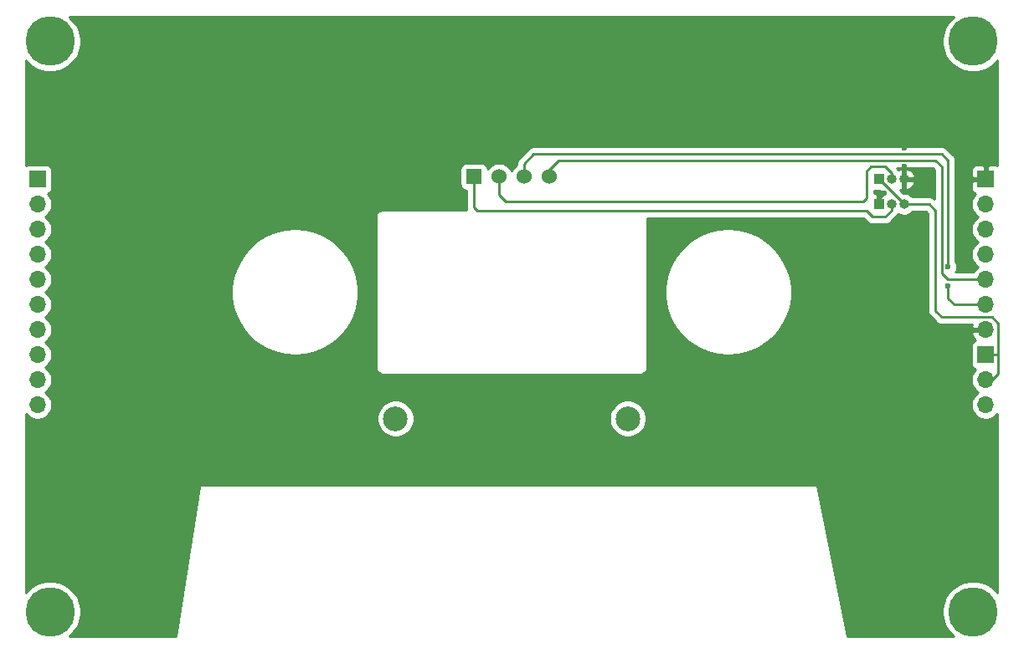
<source format=gbl>
G04 #@! TF.GenerationSoftware,KiCad,Pcbnew,(5.1.8)-1*
G04 #@! TF.CreationDate,2021-01-16T01:02:15+01:00*
G04 #@! TF.ProjectId,8bitWave Faceplate A2,38626974-5761-4766-9520-46616365706c,rev?*
G04 #@! TF.SameCoordinates,Original*
G04 #@! TF.FileFunction,Copper,L2,Bot*
G04 #@! TF.FilePolarity,Positive*
%FSLAX46Y46*%
G04 Gerber Fmt 4.6, Leading zero omitted, Abs format (unit mm)*
G04 Created by KiCad (PCBNEW (5.1.8)-1) date 2021-01-16 01:02:15*
%MOMM*%
%LPD*%
G01*
G04 APERTURE LIST*
G04 #@! TA.AperFunction,ComponentPad*
%ADD10O,1.700000X1.700000*%
G04 #@! TD*
G04 #@! TA.AperFunction,ComponentPad*
%ADD11R,1.700000X1.700000*%
G04 #@! TD*
G04 #@! TA.AperFunction,WasherPad*
%ADD12C,2.500000*%
G04 #@! TD*
G04 #@! TA.AperFunction,ComponentPad*
%ADD13R,1.524000X1.524000*%
G04 #@! TD*
G04 #@! TA.AperFunction,ComponentPad*
%ADD14C,1.524000*%
G04 #@! TD*
G04 #@! TA.AperFunction,ComponentPad*
%ADD15C,5.000000*%
G04 #@! TD*
G04 #@! TA.AperFunction,SMDPad,CuDef*
%ADD16O,1.000000X1.000000*%
G04 #@! TD*
G04 #@! TA.AperFunction,SMDPad,CuDef*
%ADD17R,1.000000X1.000000*%
G04 #@! TD*
G04 #@! TA.AperFunction,ViaPad*
%ADD18C,0.600000*%
G04 #@! TD*
G04 #@! TA.AperFunction,Conductor*
%ADD19C,0.250000*%
G04 #@! TD*
G04 #@! TA.AperFunction,Conductor*
%ADD20C,0.254000*%
G04 #@! TD*
G04 #@! TA.AperFunction,Conductor*
%ADD21C,0.100000*%
G04 #@! TD*
G04 APERTURE END LIST*
D10*
X72390000Y-118110000D03*
X72390000Y-115570000D03*
X72390000Y-113030000D03*
X72390000Y-110490000D03*
X72390000Y-107950000D03*
X72390000Y-105410000D03*
X72390000Y-102870000D03*
X72390000Y-100330000D03*
X72390000Y-97790000D03*
D11*
X72390000Y-95250000D03*
D12*
X132085000Y-119500000D03*
X108585000Y-119500000D03*
D13*
X116525000Y-95000000D03*
D14*
X119065000Y-95000000D03*
X121605000Y-95000000D03*
X124145000Y-95000000D03*
D11*
X168275000Y-95250000D03*
D10*
X168275000Y-97790000D03*
X168275000Y-100330000D03*
X168275000Y-102870000D03*
X168275000Y-105410000D03*
X168275000Y-107950000D03*
X168275000Y-110490000D03*
D15*
X73660000Y-139065000D03*
X167005000Y-139065000D03*
X167005000Y-81280000D03*
X73660000Y-81280000D03*
D11*
X168275000Y-113030000D03*
D10*
X168275000Y-115570000D03*
X168275000Y-118110000D03*
D16*
X160020000Y-95250000D03*
X158750000Y-95250000D03*
D17*
X157480000Y-95250000D03*
X157480000Y-97790000D03*
D16*
X158750000Y-97790000D03*
X160020000Y-97790000D03*
D18*
X157990558Y-96644442D03*
X160020000Y-96520000D03*
X160020000Y-93980000D03*
X160020000Y-92075000D03*
X164465000Y-106045000D03*
X164465000Y-104140000D03*
D19*
X157480000Y-97155000D02*
X157990558Y-96644442D01*
X157480000Y-97790000D02*
X157480000Y-97155000D01*
X160020000Y-96520000D02*
X160020000Y-95250000D01*
X160020000Y-95250000D02*
X160020000Y-93980000D01*
X160020000Y-92075000D02*
X160655000Y-91440000D01*
X160655000Y-91440000D02*
X167640000Y-91440000D01*
X167640000Y-91440000D02*
X168275000Y-92075000D01*
X168275000Y-92075000D02*
X168275000Y-95250000D01*
X124145000Y-94295000D02*
X124145000Y-95000000D01*
X125095000Y-93345000D02*
X124145000Y-94295000D01*
X163195000Y-93345000D02*
X125095000Y-93345000D01*
X163830000Y-93980000D02*
X163195000Y-93345000D01*
X163830000Y-104775000D02*
X163830000Y-93980000D01*
X164465000Y-105410000D02*
X163830000Y-104775000D01*
X168275000Y-105410000D02*
X164465000Y-105410000D01*
X168275000Y-107950000D02*
X165100000Y-107950000D01*
X164465000Y-107315000D02*
X164465000Y-106045000D01*
X165100000Y-107950000D02*
X164465000Y-107315000D01*
X121605000Y-93660000D02*
X121605000Y-95000000D01*
X122555000Y-92710000D02*
X121605000Y-93660000D01*
X163830000Y-92710000D02*
X122555000Y-92710000D01*
X164465000Y-93345000D02*
X163830000Y-92710000D01*
X164465000Y-104140000D02*
X164465000Y-93345000D01*
X168275000Y-113030000D02*
X169545000Y-113030000D01*
X169545000Y-114935000D02*
X168910000Y-115570000D01*
X169545000Y-113030000D02*
X169545000Y-114935000D01*
X168910000Y-115570000D02*
X168275000Y-115570000D01*
X157480000Y-95250000D02*
X159520001Y-97290001D01*
X159520001Y-97290001D02*
X160020000Y-97790000D01*
X163830000Y-109220000D02*
X168910000Y-109220000D01*
X168910000Y-109220000D02*
X169545000Y-109855000D01*
X163195000Y-108585000D02*
X163830000Y-109220000D01*
X169545000Y-109855000D02*
X169545000Y-113030000D01*
X163195000Y-98425000D02*
X163195000Y-108585000D01*
X162560000Y-97790000D02*
X163195000Y-98425000D01*
X160020000Y-97790000D02*
X162560000Y-97790000D01*
X116840000Y-98425000D02*
X116525000Y-98110000D01*
X156210000Y-98425000D02*
X116840000Y-98425000D01*
X156845000Y-99060000D02*
X156210000Y-98425000D01*
X158115000Y-99060000D02*
X156845000Y-99060000D01*
X158750000Y-98425000D02*
X158115000Y-99060000D01*
X116525000Y-98110000D02*
X116525000Y-95000000D01*
X158750000Y-97790000D02*
X158750000Y-98425000D01*
X158750000Y-94615000D02*
X158750000Y-95250000D01*
X156210000Y-94457499D02*
X156687499Y-93980000D01*
X158115000Y-93980000D02*
X158750000Y-94615000D01*
X156687499Y-93980000D02*
X158115000Y-93980000D01*
X156210000Y-97155000D02*
X156210000Y-94457499D01*
X155890000Y-97475000D02*
X156210000Y-97155000D01*
X119700000Y-97475000D02*
X155890000Y-97475000D01*
X119065000Y-96840000D02*
X119700000Y-97475000D01*
X119065000Y-95000000D02*
X119065000Y-96840000D01*
D20*
X165006554Y-78844886D02*
X164569886Y-79281554D01*
X164226799Y-79795021D01*
X163990476Y-80365554D01*
X163870000Y-80971229D01*
X163870000Y-81588771D01*
X163990476Y-82194446D01*
X164226799Y-82764979D01*
X164569886Y-83278446D01*
X165006554Y-83715114D01*
X165520021Y-84058201D01*
X166090554Y-84294524D01*
X166696229Y-84415000D01*
X167313771Y-84415000D01*
X167919446Y-84294524D01*
X168489979Y-84058201D01*
X169003446Y-83715114D01*
X169440114Y-83278446D01*
X169470001Y-83233717D01*
X169470001Y-93864389D01*
X169369180Y-93810498D01*
X169249482Y-93774188D01*
X169125000Y-93761928D01*
X168560750Y-93765000D01*
X168402000Y-93923750D01*
X168402000Y-95123000D01*
X168422000Y-95123000D01*
X168422000Y-95377000D01*
X168402000Y-95377000D01*
X168402000Y-95397000D01*
X168148000Y-95397000D01*
X168148000Y-95377000D01*
X166948750Y-95377000D01*
X166790000Y-95535750D01*
X166786928Y-96100000D01*
X166799188Y-96224482D01*
X166835498Y-96344180D01*
X166894463Y-96454494D01*
X166973815Y-96551185D01*
X167070506Y-96630537D01*
X167180820Y-96689502D01*
X167253380Y-96711513D01*
X167121525Y-96843368D01*
X166959010Y-97086589D01*
X166847068Y-97356842D01*
X166790000Y-97643740D01*
X166790000Y-97936260D01*
X166847068Y-98223158D01*
X166959010Y-98493411D01*
X167121525Y-98736632D01*
X167328368Y-98943475D01*
X167502760Y-99060000D01*
X167328368Y-99176525D01*
X167121525Y-99383368D01*
X166959010Y-99626589D01*
X166847068Y-99896842D01*
X166790000Y-100183740D01*
X166790000Y-100476260D01*
X166847068Y-100763158D01*
X166959010Y-101033411D01*
X167121525Y-101276632D01*
X167328368Y-101483475D01*
X167502760Y-101600000D01*
X167328368Y-101716525D01*
X167121525Y-101923368D01*
X166959010Y-102166589D01*
X166847068Y-102436842D01*
X166790000Y-102723740D01*
X166790000Y-103016260D01*
X166847068Y-103303158D01*
X166959010Y-103573411D01*
X167121525Y-103816632D01*
X167328368Y-104023475D01*
X167502760Y-104140000D01*
X167328368Y-104256525D01*
X167121525Y-104463368D01*
X166996822Y-104650000D01*
X165248744Y-104650000D01*
X165293586Y-104582889D01*
X165364068Y-104412729D01*
X165400000Y-104232089D01*
X165400000Y-104047911D01*
X165364068Y-103867271D01*
X165293586Y-103697111D01*
X165225000Y-103594465D01*
X165225000Y-94400000D01*
X166786928Y-94400000D01*
X166790000Y-94964250D01*
X166948750Y-95123000D01*
X168148000Y-95123000D01*
X168148000Y-93923750D01*
X167989250Y-93765000D01*
X167425000Y-93761928D01*
X167300518Y-93774188D01*
X167180820Y-93810498D01*
X167070506Y-93869463D01*
X166973815Y-93948815D01*
X166894463Y-94045506D01*
X166835498Y-94155820D01*
X166799188Y-94275518D01*
X166786928Y-94400000D01*
X165225000Y-94400000D01*
X165225000Y-93382333D01*
X165228677Y-93345000D01*
X165214003Y-93196014D01*
X165170546Y-93052753D01*
X165099974Y-92920724D01*
X165028799Y-92833997D01*
X165005001Y-92804999D01*
X164976002Y-92781200D01*
X164393803Y-92199002D01*
X164370001Y-92169999D01*
X164254276Y-92075026D01*
X164122247Y-92004454D01*
X163978986Y-91960997D01*
X163867333Y-91950000D01*
X163867322Y-91950000D01*
X163830000Y-91946324D01*
X163792678Y-91950000D01*
X122592323Y-91950000D01*
X122555000Y-91946324D01*
X122517677Y-91950000D01*
X122517667Y-91950000D01*
X122406014Y-91960997D01*
X122262753Y-92004454D01*
X122130723Y-92075026D01*
X122047083Y-92143668D01*
X122014999Y-92169999D01*
X121991201Y-92198997D01*
X121094002Y-93096196D01*
X121064999Y-93119999D01*
X121009871Y-93187174D01*
X120970026Y-93235724D01*
X120899455Y-93367753D01*
X120899454Y-93367754D01*
X120855997Y-93511015D01*
X120845000Y-93622668D01*
X120845000Y-93622678D01*
X120841324Y-93660000D01*
X120845000Y-93697323D01*
X120845000Y-93827659D01*
X120714465Y-93914880D01*
X120519880Y-94109465D01*
X120366995Y-94338273D01*
X120335000Y-94415515D01*
X120303005Y-94338273D01*
X120150120Y-94109465D01*
X119955535Y-93914880D01*
X119726727Y-93761995D01*
X119472490Y-93656686D01*
X119202592Y-93603000D01*
X118927408Y-93603000D01*
X118657510Y-93656686D01*
X118403273Y-93761995D01*
X118174465Y-93914880D01*
X117979880Y-94109465D01*
X117921080Y-94197465D01*
X117912812Y-94113518D01*
X117876502Y-93993820D01*
X117817537Y-93883506D01*
X117738185Y-93786815D01*
X117641494Y-93707463D01*
X117531180Y-93648498D01*
X117411482Y-93612188D01*
X117287000Y-93599928D01*
X115763000Y-93599928D01*
X115638518Y-93612188D01*
X115518820Y-93648498D01*
X115408506Y-93707463D01*
X115311815Y-93786815D01*
X115232463Y-93883506D01*
X115173498Y-93993820D01*
X115137188Y-94113518D01*
X115124928Y-94238000D01*
X115124928Y-95762000D01*
X115137188Y-95886482D01*
X115173498Y-96006180D01*
X115232463Y-96116494D01*
X115311815Y-96213185D01*
X115408506Y-96292537D01*
X115518820Y-96351502D01*
X115638518Y-96387812D01*
X115763000Y-96400072D01*
X115765001Y-96400072D01*
X115765000Y-98072677D01*
X115761324Y-98110000D01*
X115765000Y-98147322D01*
X115765000Y-98147332D01*
X115775997Y-98258985D01*
X115802564Y-98346565D01*
X115803606Y-98350000D01*
X107349877Y-98350000D01*
X107315000Y-98346565D01*
X107280123Y-98350000D01*
X107175816Y-98360273D01*
X107041980Y-98400872D01*
X106918637Y-98466800D01*
X106810525Y-98555525D01*
X106721800Y-98663637D01*
X106655872Y-98786980D01*
X106615273Y-98920816D01*
X106601565Y-99060000D01*
X106605001Y-99094887D01*
X106605000Y-114265123D01*
X106601565Y-114300000D01*
X106615273Y-114439184D01*
X106655872Y-114573020D01*
X106721800Y-114696363D01*
X106810525Y-114804475D01*
X106918637Y-114893200D01*
X107041980Y-114959128D01*
X107175816Y-114999727D01*
X107315000Y-115013435D01*
X107349877Y-115010000D01*
X133315123Y-115010000D01*
X133350000Y-115013435D01*
X133384877Y-115010000D01*
X133489184Y-114999727D01*
X133623020Y-114959128D01*
X133746363Y-114893200D01*
X133854475Y-114804475D01*
X133943200Y-114696363D01*
X134009128Y-114573020D01*
X134049727Y-114439184D01*
X134063435Y-114300000D01*
X134060000Y-114265123D01*
X134060000Y-106147776D01*
X135817013Y-106147776D01*
X135817013Y-107212224D01*
X135992215Y-108262154D01*
X136337841Y-109268927D01*
X136844462Y-110205081D01*
X137498259Y-111045080D01*
X138281399Y-111766011D01*
X139172519Y-112348208D01*
X140147312Y-112775792D01*
X141179188Y-113037099D01*
X142240000Y-113125000D01*
X143300812Y-113037099D01*
X144332688Y-112775792D01*
X145307481Y-112348208D01*
X146198601Y-111766011D01*
X146981741Y-111045080D01*
X147635538Y-110205081D01*
X148142159Y-109268927D01*
X148487785Y-108262154D01*
X148662987Y-107212224D01*
X148662987Y-106147776D01*
X148487785Y-105097846D01*
X148142159Y-104091073D01*
X147635538Y-103154919D01*
X146981741Y-102314920D01*
X146198601Y-101593989D01*
X145307481Y-101011792D01*
X144332688Y-100584208D01*
X143300812Y-100322901D01*
X142240000Y-100235000D01*
X141179188Y-100322901D01*
X140147312Y-100584208D01*
X139172519Y-101011792D01*
X138281399Y-101593989D01*
X137498259Y-102314920D01*
X136844462Y-103154919D01*
X136337841Y-104091073D01*
X135992215Y-105097846D01*
X135817013Y-106147776D01*
X134060000Y-106147776D01*
X134060000Y-99185000D01*
X155895199Y-99185000D01*
X156281200Y-99571002D01*
X156304999Y-99600001D01*
X156333997Y-99623799D01*
X156420724Y-99694974D01*
X156552753Y-99765546D01*
X156696014Y-99809003D01*
X156845000Y-99823677D01*
X156882333Y-99820000D01*
X158077678Y-99820000D01*
X158115000Y-99823676D01*
X158152322Y-99820000D01*
X158152333Y-99820000D01*
X158263986Y-99809003D01*
X158407247Y-99765546D01*
X158539276Y-99694974D01*
X158655001Y-99600001D01*
X158678803Y-99570998D01*
X159261003Y-98988799D01*
X159290001Y-98965001D01*
X159384974Y-98849276D01*
X159431659Y-98761936D01*
X159482376Y-98795824D01*
X159688933Y-98881383D01*
X159908212Y-98925000D01*
X160131788Y-98925000D01*
X160351067Y-98881383D01*
X160557624Y-98795824D01*
X160743520Y-98671612D01*
X160865132Y-98550000D01*
X162245199Y-98550000D01*
X162435000Y-98739802D01*
X162435001Y-108547668D01*
X162431324Y-108585000D01*
X162435001Y-108622333D01*
X162442553Y-108699003D01*
X162445998Y-108733985D01*
X162489454Y-108877246D01*
X162560026Y-109009276D01*
X162627361Y-109091323D01*
X162655000Y-109125001D01*
X162683998Y-109148799D01*
X163266200Y-109731002D01*
X163289999Y-109760001D01*
X163405724Y-109854974D01*
X163537753Y-109925546D01*
X163681014Y-109969003D01*
X163830000Y-109983677D01*
X163867333Y-109980000D01*
X166880986Y-109980000D01*
X166878175Y-109985901D01*
X166833524Y-110133110D01*
X166954845Y-110363000D01*
X168148000Y-110363000D01*
X168148000Y-110343000D01*
X168402000Y-110343000D01*
X168402000Y-110363000D01*
X168422000Y-110363000D01*
X168422000Y-110617000D01*
X168402000Y-110617000D01*
X168402000Y-110637000D01*
X168148000Y-110637000D01*
X168148000Y-110617000D01*
X166954845Y-110617000D01*
X166833524Y-110846890D01*
X166878175Y-110994099D01*
X167003359Y-111256920D01*
X167177412Y-111490269D01*
X167261466Y-111566034D01*
X167180820Y-111590498D01*
X167070506Y-111649463D01*
X166973815Y-111728815D01*
X166894463Y-111825506D01*
X166835498Y-111935820D01*
X166799188Y-112055518D01*
X166786928Y-112180000D01*
X166786928Y-113880000D01*
X166799188Y-114004482D01*
X166835498Y-114124180D01*
X166894463Y-114234494D01*
X166973815Y-114331185D01*
X167070506Y-114410537D01*
X167180820Y-114469502D01*
X167253380Y-114491513D01*
X167121525Y-114623368D01*
X166959010Y-114866589D01*
X166847068Y-115136842D01*
X166790000Y-115423740D01*
X166790000Y-115716260D01*
X166847068Y-116003158D01*
X166959010Y-116273411D01*
X167121525Y-116516632D01*
X167328368Y-116723475D01*
X167502760Y-116840000D01*
X167328368Y-116956525D01*
X167121525Y-117163368D01*
X166959010Y-117406589D01*
X166847068Y-117676842D01*
X166790000Y-117963740D01*
X166790000Y-118256260D01*
X166847068Y-118543158D01*
X166959010Y-118813411D01*
X167121525Y-119056632D01*
X167328368Y-119263475D01*
X167571589Y-119425990D01*
X167841842Y-119537932D01*
X168128740Y-119595000D01*
X168421260Y-119595000D01*
X168708158Y-119537932D01*
X168978411Y-119425990D01*
X169221632Y-119263475D01*
X169428475Y-119056632D01*
X169470000Y-118994485D01*
X169470000Y-137111282D01*
X169440114Y-137066554D01*
X169003446Y-136629886D01*
X168489979Y-136286799D01*
X167919446Y-136050476D01*
X167313771Y-135930000D01*
X166696229Y-135930000D01*
X166090554Y-136050476D01*
X165520021Y-136286799D01*
X165006554Y-136629886D01*
X164569886Y-137066554D01*
X164226799Y-137580021D01*
X163990476Y-138150554D01*
X163870000Y-138756229D01*
X163870000Y-139373771D01*
X163990476Y-139979446D01*
X164226799Y-140549979D01*
X164569886Y-141063446D01*
X165006554Y-141500114D01*
X165051282Y-141530000D01*
X154292515Y-141530000D01*
X151254534Y-126340093D01*
X151247333Y-126316399D01*
X151235597Y-126294443D01*
X151219803Y-126275197D01*
X151200557Y-126259403D01*
X151178601Y-126247667D01*
X151154776Y-126240440D01*
X151130000Y-126238000D01*
X88900000Y-126238000D01*
X88870547Y-126241462D01*
X88847012Y-126249582D01*
X88825513Y-126262137D01*
X88806877Y-126278645D01*
X88791819Y-126298472D01*
X88780919Y-126320855D01*
X88774595Y-126344935D01*
X86344985Y-141530000D01*
X75613718Y-141530000D01*
X75658446Y-141500114D01*
X76095114Y-141063446D01*
X76438201Y-140549979D01*
X76674524Y-139979446D01*
X76795000Y-139373771D01*
X76795000Y-138756229D01*
X76674524Y-138150554D01*
X76438201Y-137580021D01*
X76095114Y-137066554D01*
X75658446Y-136629886D01*
X75144979Y-136286799D01*
X74574446Y-136050476D01*
X73968771Y-135930000D01*
X73351229Y-135930000D01*
X72745554Y-136050476D01*
X72175021Y-136286799D01*
X71661554Y-136629886D01*
X71224886Y-137066554D01*
X71195000Y-137111282D01*
X71195000Y-118994485D01*
X71236525Y-119056632D01*
X71443368Y-119263475D01*
X71686589Y-119425990D01*
X71956842Y-119537932D01*
X72243740Y-119595000D01*
X72536260Y-119595000D01*
X72823158Y-119537932D01*
X73093411Y-119425990D01*
X73260501Y-119314344D01*
X106700000Y-119314344D01*
X106700000Y-119685656D01*
X106772439Y-120049834D01*
X106914534Y-120392882D01*
X107120825Y-120701618D01*
X107383382Y-120964175D01*
X107692118Y-121170466D01*
X108035166Y-121312561D01*
X108399344Y-121385000D01*
X108770656Y-121385000D01*
X109134834Y-121312561D01*
X109477882Y-121170466D01*
X109786618Y-120964175D01*
X110049175Y-120701618D01*
X110255466Y-120392882D01*
X110397561Y-120049834D01*
X110470000Y-119685656D01*
X110470000Y-119314344D01*
X130200000Y-119314344D01*
X130200000Y-119685656D01*
X130272439Y-120049834D01*
X130414534Y-120392882D01*
X130620825Y-120701618D01*
X130883382Y-120964175D01*
X131192118Y-121170466D01*
X131535166Y-121312561D01*
X131899344Y-121385000D01*
X132270656Y-121385000D01*
X132634834Y-121312561D01*
X132977882Y-121170466D01*
X133286618Y-120964175D01*
X133549175Y-120701618D01*
X133755466Y-120392882D01*
X133897561Y-120049834D01*
X133970000Y-119685656D01*
X133970000Y-119314344D01*
X133897561Y-118950166D01*
X133755466Y-118607118D01*
X133549175Y-118298382D01*
X133286618Y-118035825D01*
X132977882Y-117829534D01*
X132634834Y-117687439D01*
X132270656Y-117615000D01*
X131899344Y-117615000D01*
X131535166Y-117687439D01*
X131192118Y-117829534D01*
X130883382Y-118035825D01*
X130620825Y-118298382D01*
X130414534Y-118607118D01*
X130272439Y-118950166D01*
X130200000Y-119314344D01*
X110470000Y-119314344D01*
X110397561Y-118950166D01*
X110255466Y-118607118D01*
X110049175Y-118298382D01*
X109786618Y-118035825D01*
X109477882Y-117829534D01*
X109134834Y-117687439D01*
X108770656Y-117615000D01*
X108399344Y-117615000D01*
X108035166Y-117687439D01*
X107692118Y-117829534D01*
X107383382Y-118035825D01*
X107120825Y-118298382D01*
X106914534Y-118607118D01*
X106772439Y-118950166D01*
X106700000Y-119314344D01*
X73260501Y-119314344D01*
X73336632Y-119263475D01*
X73543475Y-119056632D01*
X73705990Y-118813411D01*
X73817932Y-118543158D01*
X73875000Y-118256260D01*
X73875000Y-117963740D01*
X73817932Y-117676842D01*
X73705990Y-117406589D01*
X73543475Y-117163368D01*
X73336632Y-116956525D01*
X73162240Y-116840000D01*
X73336632Y-116723475D01*
X73543475Y-116516632D01*
X73705990Y-116273411D01*
X73817932Y-116003158D01*
X73875000Y-115716260D01*
X73875000Y-115423740D01*
X73817932Y-115136842D01*
X73705990Y-114866589D01*
X73543475Y-114623368D01*
X73336632Y-114416525D01*
X73162240Y-114300000D01*
X73336632Y-114183475D01*
X73543475Y-113976632D01*
X73705990Y-113733411D01*
X73817932Y-113463158D01*
X73875000Y-113176260D01*
X73875000Y-112883740D01*
X73817932Y-112596842D01*
X73705990Y-112326589D01*
X73543475Y-112083368D01*
X73336632Y-111876525D01*
X73162240Y-111760000D01*
X73336632Y-111643475D01*
X73543475Y-111436632D01*
X73705990Y-111193411D01*
X73817932Y-110923158D01*
X73875000Y-110636260D01*
X73875000Y-110343740D01*
X73817932Y-110056842D01*
X73705990Y-109786589D01*
X73543475Y-109543368D01*
X73336632Y-109336525D01*
X73162240Y-109220000D01*
X73336632Y-109103475D01*
X73543475Y-108896632D01*
X73705990Y-108653411D01*
X73817932Y-108383158D01*
X73875000Y-108096260D01*
X73875000Y-107803740D01*
X73817932Y-107516842D01*
X73705990Y-107246589D01*
X73543475Y-107003368D01*
X73336632Y-106796525D01*
X73162240Y-106680000D01*
X73336632Y-106563475D01*
X73543475Y-106356632D01*
X73683028Y-106147776D01*
X92002013Y-106147776D01*
X92002013Y-107212224D01*
X92177215Y-108262154D01*
X92522841Y-109268927D01*
X93029462Y-110205081D01*
X93683259Y-111045080D01*
X94466399Y-111766011D01*
X95357519Y-112348208D01*
X96332312Y-112775792D01*
X97364188Y-113037099D01*
X98425000Y-113125000D01*
X99485812Y-113037099D01*
X100517688Y-112775792D01*
X101492481Y-112348208D01*
X102383601Y-111766011D01*
X103166741Y-111045080D01*
X103820538Y-110205081D01*
X104327159Y-109268927D01*
X104672785Y-108262154D01*
X104847987Y-107212224D01*
X104847987Y-106147776D01*
X104672785Y-105097846D01*
X104327159Y-104091073D01*
X103820538Y-103154919D01*
X103166741Y-102314920D01*
X102383601Y-101593989D01*
X101492481Y-101011792D01*
X100517688Y-100584208D01*
X99485812Y-100322901D01*
X98425000Y-100235000D01*
X97364188Y-100322901D01*
X96332312Y-100584208D01*
X95357519Y-101011792D01*
X94466399Y-101593989D01*
X93683259Y-102314920D01*
X93029462Y-103154919D01*
X92522841Y-104091073D01*
X92177215Y-105097846D01*
X92002013Y-106147776D01*
X73683028Y-106147776D01*
X73705990Y-106113411D01*
X73817932Y-105843158D01*
X73875000Y-105556260D01*
X73875000Y-105263740D01*
X73817932Y-104976842D01*
X73705990Y-104706589D01*
X73543475Y-104463368D01*
X73336632Y-104256525D01*
X73162240Y-104140000D01*
X73336632Y-104023475D01*
X73543475Y-103816632D01*
X73705990Y-103573411D01*
X73817932Y-103303158D01*
X73875000Y-103016260D01*
X73875000Y-102723740D01*
X73817932Y-102436842D01*
X73705990Y-102166589D01*
X73543475Y-101923368D01*
X73336632Y-101716525D01*
X73162240Y-101600000D01*
X73336632Y-101483475D01*
X73543475Y-101276632D01*
X73705990Y-101033411D01*
X73817932Y-100763158D01*
X73875000Y-100476260D01*
X73875000Y-100183740D01*
X73817932Y-99896842D01*
X73705990Y-99626589D01*
X73543475Y-99383368D01*
X73336632Y-99176525D01*
X73162240Y-99060000D01*
X73336632Y-98943475D01*
X73543475Y-98736632D01*
X73705990Y-98493411D01*
X73817932Y-98223158D01*
X73875000Y-97936260D01*
X73875000Y-97643740D01*
X73817932Y-97356842D01*
X73705990Y-97086589D01*
X73543475Y-96843368D01*
X73411620Y-96711513D01*
X73484180Y-96689502D01*
X73594494Y-96630537D01*
X73691185Y-96551185D01*
X73770537Y-96454494D01*
X73829502Y-96344180D01*
X73865812Y-96224482D01*
X73878072Y-96100000D01*
X73878072Y-94400000D01*
X73865812Y-94275518D01*
X73829502Y-94155820D01*
X73770537Y-94045506D01*
X73691185Y-93948815D01*
X73594494Y-93869463D01*
X73484180Y-93810498D01*
X73364482Y-93774188D01*
X73240000Y-93761928D01*
X71540000Y-93761928D01*
X71415518Y-93774188D01*
X71295820Y-93810498D01*
X71195000Y-93864388D01*
X71195000Y-83233718D01*
X71224886Y-83278446D01*
X71661554Y-83715114D01*
X72175021Y-84058201D01*
X72745554Y-84294524D01*
X73351229Y-84415000D01*
X73968771Y-84415000D01*
X74574446Y-84294524D01*
X75144979Y-84058201D01*
X75658446Y-83715114D01*
X76095114Y-83278446D01*
X76438201Y-82764979D01*
X76674524Y-82194446D01*
X76795000Y-81588771D01*
X76795000Y-80971229D01*
X76674524Y-80365554D01*
X76438201Y-79795021D01*
X76095114Y-79281554D01*
X75658446Y-78844886D01*
X75613718Y-78815000D01*
X165051282Y-78815000D01*
X165006554Y-78844886D01*
G04 #@! TA.AperFunction,Conductor*
D21*
G36*
X165006554Y-78844886D02*
G01*
X164569886Y-79281554D01*
X164226799Y-79795021D01*
X163990476Y-80365554D01*
X163870000Y-80971229D01*
X163870000Y-81588771D01*
X163990476Y-82194446D01*
X164226799Y-82764979D01*
X164569886Y-83278446D01*
X165006554Y-83715114D01*
X165520021Y-84058201D01*
X166090554Y-84294524D01*
X166696229Y-84415000D01*
X167313771Y-84415000D01*
X167919446Y-84294524D01*
X168489979Y-84058201D01*
X169003446Y-83715114D01*
X169440114Y-83278446D01*
X169470001Y-83233717D01*
X169470001Y-93864389D01*
X169369180Y-93810498D01*
X169249482Y-93774188D01*
X169125000Y-93761928D01*
X168560750Y-93765000D01*
X168402000Y-93923750D01*
X168402000Y-95123000D01*
X168422000Y-95123000D01*
X168422000Y-95377000D01*
X168402000Y-95377000D01*
X168402000Y-95397000D01*
X168148000Y-95397000D01*
X168148000Y-95377000D01*
X166948750Y-95377000D01*
X166790000Y-95535750D01*
X166786928Y-96100000D01*
X166799188Y-96224482D01*
X166835498Y-96344180D01*
X166894463Y-96454494D01*
X166973815Y-96551185D01*
X167070506Y-96630537D01*
X167180820Y-96689502D01*
X167253380Y-96711513D01*
X167121525Y-96843368D01*
X166959010Y-97086589D01*
X166847068Y-97356842D01*
X166790000Y-97643740D01*
X166790000Y-97936260D01*
X166847068Y-98223158D01*
X166959010Y-98493411D01*
X167121525Y-98736632D01*
X167328368Y-98943475D01*
X167502760Y-99060000D01*
X167328368Y-99176525D01*
X167121525Y-99383368D01*
X166959010Y-99626589D01*
X166847068Y-99896842D01*
X166790000Y-100183740D01*
X166790000Y-100476260D01*
X166847068Y-100763158D01*
X166959010Y-101033411D01*
X167121525Y-101276632D01*
X167328368Y-101483475D01*
X167502760Y-101600000D01*
X167328368Y-101716525D01*
X167121525Y-101923368D01*
X166959010Y-102166589D01*
X166847068Y-102436842D01*
X166790000Y-102723740D01*
X166790000Y-103016260D01*
X166847068Y-103303158D01*
X166959010Y-103573411D01*
X167121525Y-103816632D01*
X167328368Y-104023475D01*
X167502760Y-104140000D01*
X167328368Y-104256525D01*
X167121525Y-104463368D01*
X166996822Y-104650000D01*
X165248744Y-104650000D01*
X165293586Y-104582889D01*
X165364068Y-104412729D01*
X165400000Y-104232089D01*
X165400000Y-104047911D01*
X165364068Y-103867271D01*
X165293586Y-103697111D01*
X165225000Y-103594465D01*
X165225000Y-94400000D01*
X166786928Y-94400000D01*
X166790000Y-94964250D01*
X166948750Y-95123000D01*
X168148000Y-95123000D01*
X168148000Y-93923750D01*
X167989250Y-93765000D01*
X167425000Y-93761928D01*
X167300518Y-93774188D01*
X167180820Y-93810498D01*
X167070506Y-93869463D01*
X166973815Y-93948815D01*
X166894463Y-94045506D01*
X166835498Y-94155820D01*
X166799188Y-94275518D01*
X166786928Y-94400000D01*
X165225000Y-94400000D01*
X165225000Y-93382333D01*
X165228677Y-93345000D01*
X165214003Y-93196014D01*
X165170546Y-93052753D01*
X165099974Y-92920724D01*
X165028799Y-92833997D01*
X165005001Y-92804999D01*
X164976002Y-92781200D01*
X164393803Y-92199002D01*
X164370001Y-92169999D01*
X164254276Y-92075026D01*
X164122247Y-92004454D01*
X163978986Y-91960997D01*
X163867333Y-91950000D01*
X163867322Y-91950000D01*
X163830000Y-91946324D01*
X163792678Y-91950000D01*
X122592323Y-91950000D01*
X122555000Y-91946324D01*
X122517677Y-91950000D01*
X122517667Y-91950000D01*
X122406014Y-91960997D01*
X122262753Y-92004454D01*
X122130723Y-92075026D01*
X122047083Y-92143668D01*
X122014999Y-92169999D01*
X121991201Y-92198997D01*
X121094002Y-93096196D01*
X121064999Y-93119999D01*
X121009871Y-93187174D01*
X120970026Y-93235724D01*
X120899455Y-93367753D01*
X120899454Y-93367754D01*
X120855997Y-93511015D01*
X120845000Y-93622668D01*
X120845000Y-93622678D01*
X120841324Y-93660000D01*
X120845000Y-93697323D01*
X120845000Y-93827659D01*
X120714465Y-93914880D01*
X120519880Y-94109465D01*
X120366995Y-94338273D01*
X120335000Y-94415515D01*
X120303005Y-94338273D01*
X120150120Y-94109465D01*
X119955535Y-93914880D01*
X119726727Y-93761995D01*
X119472490Y-93656686D01*
X119202592Y-93603000D01*
X118927408Y-93603000D01*
X118657510Y-93656686D01*
X118403273Y-93761995D01*
X118174465Y-93914880D01*
X117979880Y-94109465D01*
X117921080Y-94197465D01*
X117912812Y-94113518D01*
X117876502Y-93993820D01*
X117817537Y-93883506D01*
X117738185Y-93786815D01*
X117641494Y-93707463D01*
X117531180Y-93648498D01*
X117411482Y-93612188D01*
X117287000Y-93599928D01*
X115763000Y-93599928D01*
X115638518Y-93612188D01*
X115518820Y-93648498D01*
X115408506Y-93707463D01*
X115311815Y-93786815D01*
X115232463Y-93883506D01*
X115173498Y-93993820D01*
X115137188Y-94113518D01*
X115124928Y-94238000D01*
X115124928Y-95762000D01*
X115137188Y-95886482D01*
X115173498Y-96006180D01*
X115232463Y-96116494D01*
X115311815Y-96213185D01*
X115408506Y-96292537D01*
X115518820Y-96351502D01*
X115638518Y-96387812D01*
X115763000Y-96400072D01*
X115765001Y-96400072D01*
X115765000Y-98072677D01*
X115761324Y-98110000D01*
X115765000Y-98147322D01*
X115765000Y-98147332D01*
X115775997Y-98258985D01*
X115802564Y-98346565D01*
X115803606Y-98350000D01*
X107349877Y-98350000D01*
X107315000Y-98346565D01*
X107280123Y-98350000D01*
X107175816Y-98360273D01*
X107041980Y-98400872D01*
X106918637Y-98466800D01*
X106810525Y-98555525D01*
X106721800Y-98663637D01*
X106655872Y-98786980D01*
X106615273Y-98920816D01*
X106601565Y-99060000D01*
X106605001Y-99094887D01*
X106605000Y-114265123D01*
X106601565Y-114300000D01*
X106615273Y-114439184D01*
X106655872Y-114573020D01*
X106721800Y-114696363D01*
X106810525Y-114804475D01*
X106918637Y-114893200D01*
X107041980Y-114959128D01*
X107175816Y-114999727D01*
X107315000Y-115013435D01*
X107349877Y-115010000D01*
X133315123Y-115010000D01*
X133350000Y-115013435D01*
X133384877Y-115010000D01*
X133489184Y-114999727D01*
X133623020Y-114959128D01*
X133746363Y-114893200D01*
X133854475Y-114804475D01*
X133943200Y-114696363D01*
X134009128Y-114573020D01*
X134049727Y-114439184D01*
X134063435Y-114300000D01*
X134060000Y-114265123D01*
X134060000Y-106147776D01*
X135817013Y-106147776D01*
X135817013Y-107212224D01*
X135992215Y-108262154D01*
X136337841Y-109268927D01*
X136844462Y-110205081D01*
X137498259Y-111045080D01*
X138281399Y-111766011D01*
X139172519Y-112348208D01*
X140147312Y-112775792D01*
X141179188Y-113037099D01*
X142240000Y-113125000D01*
X143300812Y-113037099D01*
X144332688Y-112775792D01*
X145307481Y-112348208D01*
X146198601Y-111766011D01*
X146981741Y-111045080D01*
X147635538Y-110205081D01*
X148142159Y-109268927D01*
X148487785Y-108262154D01*
X148662987Y-107212224D01*
X148662987Y-106147776D01*
X148487785Y-105097846D01*
X148142159Y-104091073D01*
X147635538Y-103154919D01*
X146981741Y-102314920D01*
X146198601Y-101593989D01*
X145307481Y-101011792D01*
X144332688Y-100584208D01*
X143300812Y-100322901D01*
X142240000Y-100235000D01*
X141179188Y-100322901D01*
X140147312Y-100584208D01*
X139172519Y-101011792D01*
X138281399Y-101593989D01*
X137498259Y-102314920D01*
X136844462Y-103154919D01*
X136337841Y-104091073D01*
X135992215Y-105097846D01*
X135817013Y-106147776D01*
X134060000Y-106147776D01*
X134060000Y-99185000D01*
X155895199Y-99185000D01*
X156281200Y-99571002D01*
X156304999Y-99600001D01*
X156333997Y-99623799D01*
X156420724Y-99694974D01*
X156552753Y-99765546D01*
X156696014Y-99809003D01*
X156845000Y-99823677D01*
X156882333Y-99820000D01*
X158077678Y-99820000D01*
X158115000Y-99823676D01*
X158152322Y-99820000D01*
X158152333Y-99820000D01*
X158263986Y-99809003D01*
X158407247Y-99765546D01*
X158539276Y-99694974D01*
X158655001Y-99600001D01*
X158678803Y-99570998D01*
X159261003Y-98988799D01*
X159290001Y-98965001D01*
X159384974Y-98849276D01*
X159431659Y-98761936D01*
X159482376Y-98795824D01*
X159688933Y-98881383D01*
X159908212Y-98925000D01*
X160131788Y-98925000D01*
X160351067Y-98881383D01*
X160557624Y-98795824D01*
X160743520Y-98671612D01*
X160865132Y-98550000D01*
X162245199Y-98550000D01*
X162435000Y-98739802D01*
X162435001Y-108547668D01*
X162431324Y-108585000D01*
X162435001Y-108622333D01*
X162442553Y-108699003D01*
X162445998Y-108733985D01*
X162489454Y-108877246D01*
X162560026Y-109009276D01*
X162627361Y-109091323D01*
X162655000Y-109125001D01*
X162683998Y-109148799D01*
X163266200Y-109731002D01*
X163289999Y-109760001D01*
X163405724Y-109854974D01*
X163537753Y-109925546D01*
X163681014Y-109969003D01*
X163830000Y-109983677D01*
X163867333Y-109980000D01*
X166880986Y-109980000D01*
X166878175Y-109985901D01*
X166833524Y-110133110D01*
X166954845Y-110363000D01*
X168148000Y-110363000D01*
X168148000Y-110343000D01*
X168402000Y-110343000D01*
X168402000Y-110363000D01*
X168422000Y-110363000D01*
X168422000Y-110617000D01*
X168402000Y-110617000D01*
X168402000Y-110637000D01*
X168148000Y-110637000D01*
X168148000Y-110617000D01*
X166954845Y-110617000D01*
X166833524Y-110846890D01*
X166878175Y-110994099D01*
X167003359Y-111256920D01*
X167177412Y-111490269D01*
X167261466Y-111566034D01*
X167180820Y-111590498D01*
X167070506Y-111649463D01*
X166973815Y-111728815D01*
X166894463Y-111825506D01*
X166835498Y-111935820D01*
X166799188Y-112055518D01*
X166786928Y-112180000D01*
X166786928Y-113880000D01*
X166799188Y-114004482D01*
X166835498Y-114124180D01*
X166894463Y-114234494D01*
X166973815Y-114331185D01*
X167070506Y-114410537D01*
X167180820Y-114469502D01*
X167253380Y-114491513D01*
X167121525Y-114623368D01*
X166959010Y-114866589D01*
X166847068Y-115136842D01*
X166790000Y-115423740D01*
X166790000Y-115716260D01*
X166847068Y-116003158D01*
X166959010Y-116273411D01*
X167121525Y-116516632D01*
X167328368Y-116723475D01*
X167502760Y-116840000D01*
X167328368Y-116956525D01*
X167121525Y-117163368D01*
X166959010Y-117406589D01*
X166847068Y-117676842D01*
X166790000Y-117963740D01*
X166790000Y-118256260D01*
X166847068Y-118543158D01*
X166959010Y-118813411D01*
X167121525Y-119056632D01*
X167328368Y-119263475D01*
X167571589Y-119425990D01*
X167841842Y-119537932D01*
X168128740Y-119595000D01*
X168421260Y-119595000D01*
X168708158Y-119537932D01*
X168978411Y-119425990D01*
X169221632Y-119263475D01*
X169428475Y-119056632D01*
X169470000Y-118994485D01*
X169470000Y-137111282D01*
X169440114Y-137066554D01*
X169003446Y-136629886D01*
X168489979Y-136286799D01*
X167919446Y-136050476D01*
X167313771Y-135930000D01*
X166696229Y-135930000D01*
X166090554Y-136050476D01*
X165520021Y-136286799D01*
X165006554Y-136629886D01*
X164569886Y-137066554D01*
X164226799Y-137580021D01*
X163990476Y-138150554D01*
X163870000Y-138756229D01*
X163870000Y-139373771D01*
X163990476Y-139979446D01*
X164226799Y-140549979D01*
X164569886Y-141063446D01*
X165006554Y-141500114D01*
X165051282Y-141530000D01*
X154292515Y-141530000D01*
X151254534Y-126340093D01*
X151247333Y-126316399D01*
X151235597Y-126294443D01*
X151219803Y-126275197D01*
X151200557Y-126259403D01*
X151178601Y-126247667D01*
X151154776Y-126240440D01*
X151130000Y-126238000D01*
X88900000Y-126238000D01*
X88870547Y-126241462D01*
X88847012Y-126249582D01*
X88825513Y-126262137D01*
X88806877Y-126278645D01*
X88791819Y-126298472D01*
X88780919Y-126320855D01*
X88774595Y-126344935D01*
X86344985Y-141530000D01*
X75613718Y-141530000D01*
X75658446Y-141500114D01*
X76095114Y-141063446D01*
X76438201Y-140549979D01*
X76674524Y-139979446D01*
X76795000Y-139373771D01*
X76795000Y-138756229D01*
X76674524Y-138150554D01*
X76438201Y-137580021D01*
X76095114Y-137066554D01*
X75658446Y-136629886D01*
X75144979Y-136286799D01*
X74574446Y-136050476D01*
X73968771Y-135930000D01*
X73351229Y-135930000D01*
X72745554Y-136050476D01*
X72175021Y-136286799D01*
X71661554Y-136629886D01*
X71224886Y-137066554D01*
X71195000Y-137111282D01*
X71195000Y-118994485D01*
X71236525Y-119056632D01*
X71443368Y-119263475D01*
X71686589Y-119425990D01*
X71956842Y-119537932D01*
X72243740Y-119595000D01*
X72536260Y-119595000D01*
X72823158Y-119537932D01*
X73093411Y-119425990D01*
X73260501Y-119314344D01*
X106700000Y-119314344D01*
X106700000Y-119685656D01*
X106772439Y-120049834D01*
X106914534Y-120392882D01*
X107120825Y-120701618D01*
X107383382Y-120964175D01*
X107692118Y-121170466D01*
X108035166Y-121312561D01*
X108399344Y-121385000D01*
X108770656Y-121385000D01*
X109134834Y-121312561D01*
X109477882Y-121170466D01*
X109786618Y-120964175D01*
X110049175Y-120701618D01*
X110255466Y-120392882D01*
X110397561Y-120049834D01*
X110470000Y-119685656D01*
X110470000Y-119314344D01*
X130200000Y-119314344D01*
X130200000Y-119685656D01*
X130272439Y-120049834D01*
X130414534Y-120392882D01*
X130620825Y-120701618D01*
X130883382Y-120964175D01*
X131192118Y-121170466D01*
X131535166Y-121312561D01*
X131899344Y-121385000D01*
X132270656Y-121385000D01*
X132634834Y-121312561D01*
X132977882Y-121170466D01*
X133286618Y-120964175D01*
X133549175Y-120701618D01*
X133755466Y-120392882D01*
X133897561Y-120049834D01*
X133970000Y-119685656D01*
X133970000Y-119314344D01*
X133897561Y-118950166D01*
X133755466Y-118607118D01*
X133549175Y-118298382D01*
X133286618Y-118035825D01*
X132977882Y-117829534D01*
X132634834Y-117687439D01*
X132270656Y-117615000D01*
X131899344Y-117615000D01*
X131535166Y-117687439D01*
X131192118Y-117829534D01*
X130883382Y-118035825D01*
X130620825Y-118298382D01*
X130414534Y-118607118D01*
X130272439Y-118950166D01*
X130200000Y-119314344D01*
X110470000Y-119314344D01*
X110397561Y-118950166D01*
X110255466Y-118607118D01*
X110049175Y-118298382D01*
X109786618Y-118035825D01*
X109477882Y-117829534D01*
X109134834Y-117687439D01*
X108770656Y-117615000D01*
X108399344Y-117615000D01*
X108035166Y-117687439D01*
X107692118Y-117829534D01*
X107383382Y-118035825D01*
X107120825Y-118298382D01*
X106914534Y-118607118D01*
X106772439Y-118950166D01*
X106700000Y-119314344D01*
X73260501Y-119314344D01*
X73336632Y-119263475D01*
X73543475Y-119056632D01*
X73705990Y-118813411D01*
X73817932Y-118543158D01*
X73875000Y-118256260D01*
X73875000Y-117963740D01*
X73817932Y-117676842D01*
X73705990Y-117406589D01*
X73543475Y-117163368D01*
X73336632Y-116956525D01*
X73162240Y-116840000D01*
X73336632Y-116723475D01*
X73543475Y-116516632D01*
X73705990Y-116273411D01*
X73817932Y-116003158D01*
X73875000Y-115716260D01*
X73875000Y-115423740D01*
X73817932Y-115136842D01*
X73705990Y-114866589D01*
X73543475Y-114623368D01*
X73336632Y-114416525D01*
X73162240Y-114300000D01*
X73336632Y-114183475D01*
X73543475Y-113976632D01*
X73705990Y-113733411D01*
X73817932Y-113463158D01*
X73875000Y-113176260D01*
X73875000Y-112883740D01*
X73817932Y-112596842D01*
X73705990Y-112326589D01*
X73543475Y-112083368D01*
X73336632Y-111876525D01*
X73162240Y-111760000D01*
X73336632Y-111643475D01*
X73543475Y-111436632D01*
X73705990Y-111193411D01*
X73817932Y-110923158D01*
X73875000Y-110636260D01*
X73875000Y-110343740D01*
X73817932Y-110056842D01*
X73705990Y-109786589D01*
X73543475Y-109543368D01*
X73336632Y-109336525D01*
X73162240Y-109220000D01*
X73336632Y-109103475D01*
X73543475Y-108896632D01*
X73705990Y-108653411D01*
X73817932Y-108383158D01*
X73875000Y-108096260D01*
X73875000Y-107803740D01*
X73817932Y-107516842D01*
X73705990Y-107246589D01*
X73543475Y-107003368D01*
X73336632Y-106796525D01*
X73162240Y-106680000D01*
X73336632Y-106563475D01*
X73543475Y-106356632D01*
X73683028Y-106147776D01*
X92002013Y-106147776D01*
X92002013Y-107212224D01*
X92177215Y-108262154D01*
X92522841Y-109268927D01*
X93029462Y-110205081D01*
X93683259Y-111045080D01*
X94466399Y-111766011D01*
X95357519Y-112348208D01*
X96332312Y-112775792D01*
X97364188Y-113037099D01*
X98425000Y-113125000D01*
X99485812Y-113037099D01*
X100517688Y-112775792D01*
X101492481Y-112348208D01*
X102383601Y-111766011D01*
X103166741Y-111045080D01*
X103820538Y-110205081D01*
X104327159Y-109268927D01*
X104672785Y-108262154D01*
X104847987Y-107212224D01*
X104847987Y-106147776D01*
X104672785Y-105097846D01*
X104327159Y-104091073D01*
X103820538Y-103154919D01*
X103166741Y-102314920D01*
X102383601Y-101593989D01*
X101492481Y-101011792D01*
X100517688Y-100584208D01*
X99485812Y-100322901D01*
X98425000Y-100235000D01*
X97364188Y-100322901D01*
X96332312Y-100584208D01*
X95357519Y-101011792D01*
X94466399Y-101593989D01*
X93683259Y-102314920D01*
X93029462Y-103154919D01*
X92522841Y-104091073D01*
X92177215Y-105097846D01*
X92002013Y-106147776D01*
X73683028Y-106147776D01*
X73705990Y-106113411D01*
X73817932Y-105843158D01*
X73875000Y-105556260D01*
X73875000Y-105263740D01*
X73817932Y-104976842D01*
X73705990Y-104706589D01*
X73543475Y-104463368D01*
X73336632Y-104256525D01*
X73162240Y-104140000D01*
X73336632Y-104023475D01*
X73543475Y-103816632D01*
X73705990Y-103573411D01*
X73817932Y-103303158D01*
X73875000Y-103016260D01*
X73875000Y-102723740D01*
X73817932Y-102436842D01*
X73705990Y-102166589D01*
X73543475Y-101923368D01*
X73336632Y-101716525D01*
X73162240Y-101600000D01*
X73336632Y-101483475D01*
X73543475Y-101276632D01*
X73705990Y-101033411D01*
X73817932Y-100763158D01*
X73875000Y-100476260D01*
X73875000Y-100183740D01*
X73817932Y-99896842D01*
X73705990Y-99626589D01*
X73543475Y-99383368D01*
X73336632Y-99176525D01*
X73162240Y-99060000D01*
X73336632Y-98943475D01*
X73543475Y-98736632D01*
X73705990Y-98493411D01*
X73817932Y-98223158D01*
X73875000Y-97936260D01*
X73875000Y-97643740D01*
X73817932Y-97356842D01*
X73705990Y-97086589D01*
X73543475Y-96843368D01*
X73411620Y-96711513D01*
X73484180Y-96689502D01*
X73594494Y-96630537D01*
X73691185Y-96551185D01*
X73770537Y-96454494D01*
X73829502Y-96344180D01*
X73865812Y-96224482D01*
X73878072Y-96100000D01*
X73878072Y-94400000D01*
X73865812Y-94275518D01*
X73829502Y-94155820D01*
X73770537Y-94045506D01*
X73691185Y-93948815D01*
X73594494Y-93869463D01*
X73484180Y-93810498D01*
X73364482Y-93774188D01*
X73240000Y-93761928D01*
X71540000Y-93761928D01*
X71415518Y-93774188D01*
X71295820Y-93810498D01*
X71195000Y-93864388D01*
X71195000Y-83233718D01*
X71224886Y-83278446D01*
X71661554Y-83715114D01*
X72175021Y-84058201D01*
X72745554Y-84294524D01*
X73351229Y-84415000D01*
X73968771Y-84415000D01*
X74574446Y-84294524D01*
X75144979Y-84058201D01*
X75658446Y-83715114D01*
X76095114Y-83278446D01*
X76438201Y-82764979D01*
X76674524Y-82194446D01*
X76795000Y-81588771D01*
X76795000Y-80971229D01*
X76674524Y-80365554D01*
X76438201Y-79795021D01*
X76095114Y-79281554D01*
X75658446Y-78844886D01*
X75613718Y-78815000D01*
X165051282Y-78815000D01*
X165006554Y-78844886D01*
G37*
G04 #@! TD.AperFunction*
D20*
X156980000Y-96388072D02*
X157543271Y-96388072D01*
X157809570Y-96654372D01*
X157765750Y-96655000D01*
X157607000Y-96813750D01*
X157607000Y-97663000D01*
X157618026Y-97663000D01*
X157615000Y-97678212D01*
X157615000Y-97901788D01*
X157618026Y-97917000D01*
X157607000Y-97917000D01*
X157607000Y-97937000D01*
X157353000Y-97937000D01*
X157353000Y-97917000D01*
X157333000Y-97917000D01*
X157333000Y-97663000D01*
X157353000Y-97663000D01*
X157353000Y-96813750D01*
X157194250Y-96655000D01*
X156980000Y-96651928D01*
X156970000Y-96652913D01*
X156970000Y-96387087D01*
X156980000Y-96388072D01*
G04 #@! TA.AperFunction,Conductor*
D21*
G36*
X156980000Y-96388072D02*
G01*
X157543271Y-96388072D01*
X157809570Y-96654372D01*
X157765750Y-96655000D01*
X157607000Y-96813750D01*
X157607000Y-97663000D01*
X157618026Y-97663000D01*
X157615000Y-97678212D01*
X157615000Y-97901788D01*
X157618026Y-97917000D01*
X157607000Y-97917000D01*
X157607000Y-97937000D01*
X157353000Y-97937000D01*
X157353000Y-97917000D01*
X157333000Y-97917000D01*
X157333000Y-97663000D01*
X157353000Y-97663000D01*
X157353000Y-96813750D01*
X157194250Y-96655000D01*
X156980000Y-96651928D01*
X156970000Y-96652913D01*
X156970000Y-96387087D01*
X156980000Y-96388072D01*
G37*
G04 #@! TD.AperFunction*
D20*
X163070001Y-94294803D02*
X163070001Y-97225378D01*
X162984276Y-97155026D01*
X162852247Y-97084454D01*
X162708986Y-97040997D01*
X162597333Y-97030000D01*
X162597322Y-97030000D01*
X162560000Y-97026324D01*
X162522678Y-97030000D01*
X160865132Y-97030000D01*
X160743520Y-96908388D01*
X160557624Y-96784176D01*
X160351067Y-96698617D01*
X160131788Y-96655000D01*
X159959802Y-96655000D01*
X159607562Y-96302761D01*
X159663136Y-96327446D01*
X159718126Y-96344119D01*
X159893000Y-96217954D01*
X159893000Y-95377000D01*
X160147000Y-95377000D01*
X160147000Y-96217954D01*
X160321874Y-96344119D01*
X160376864Y-96327446D01*
X160580206Y-96237123D01*
X160762020Y-96108865D01*
X160915318Y-95947601D01*
X161034210Y-95759529D01*
X161114126Y-95551876D01*
X160989129Y-95377000D01*
X160147000Y-95377000D01*
X159893000Y-95377000D01*
X159881974Y-95377000D01*
X159885000Y-95361788D01*
X159885000Y-95138212D01*
X159881974Y-95123000D01*
X159893000Y-95123000D01*
X159893000Y-94282046D01*
X160147000Y-94282046D01*
X160147000Y-95123000D01*
X160989129Y-95123000D01*
X161114126Y-94948124D01*
X161034210Y-94740471D01*
X160915318Y-94552399D01*
X160762020Y-94391135D01*
X160580206Y-94262877D01*
X160376864Y-94172554D01*
X160321874Y-94155881D01*
X160147000Y-94282046D01*
X159893000Y-94282046D01*
X159718126Y-94155881D01*
X159663136Y-94172554D01*
X159459794Y-94262877D01*
X159433468Y-94281448D01*
X159384974Y-94190724D01*
X159370062Y-94172554D01*
X159314622Y-94105000D01*
X162880199Y-94105000D01*
X163070001Y-94294803D01*
G04 #@! TA.AperFunction,Conductor*
D21*
G36*
X163070001Y-94294803D02*
G01*
X163070001Y-97225378D01*
X162984276Y-97155026D01*
X162852247Y-97084454D01*
X162708986Y-97040997D01*
X162597333Y-97030000D01*
X162597322Y-97030000D01*
X162560000Y-97026324D01*
X162522678Y-97030000D01*
X160865132Y-97030000D01*
X160743520Y-96908388D01*
X160557624Y-96784176D01*
X160351067Y-96698617D01*
X160131788Y-96655000D01*
X159959802Y-96655000D01*
X159607562Y-96302761D01*
X159663136Y-96327446D01*
X159718126Y-96344119D01*
X159893000Y-96217954D01*
X159893000Y-95377000D01*
X160147000Y-95377000D01*
X160147000Y-96217954D01*
X160321874Y-96344119D01*
X160376864Y-96327446D01*
X160580206Y-96237123D01*
X160762020Y-96108865D01*
X160915318Y-95947601D01*
X161034210Y-95759529D01*
X161114126Y-95551876D01*
X160989129Y-95377000D01*
X160147000Y-95377000D01*
X159893000Y-95377000D01*
X159881974Y-95377000D01*
X159885000Y-95361788D01*
X159885000Y-95138212D01*
X159881974Y-95123000D01*
X159893000Y-95123000D01*
X159893000Y-94282046D01*
X160147000Y-94282046D01*
X160147000Y-95123000D01*
X160989129Y-95123000D01*
X161114126Y-94948124D01*
X161034210Y-94740471D01*
X160915318Y-94552399D01*
X160762020Y-94391135D01*
X160580206Y-94262877D01*
X160376864Y-94172554D01*
X160321874Y-94155881D01*
X160147000Y-94282046D01*
X159893000Y-94282046D01*
X159718126Y-94155881D01*
X159663136Y-94172554D01*
X159459794Y-94262877D01*
X159433468Y-94281448D01*
X159384974Y-94190724D01*
X159370062Y-94172554D01*
X159314622Y-94105000D01*
X162880199Y-94105000D01*
X163070001Y-94294803D01*
G37*
G04 #@! TD.AperFunction*
M02*

</source>
